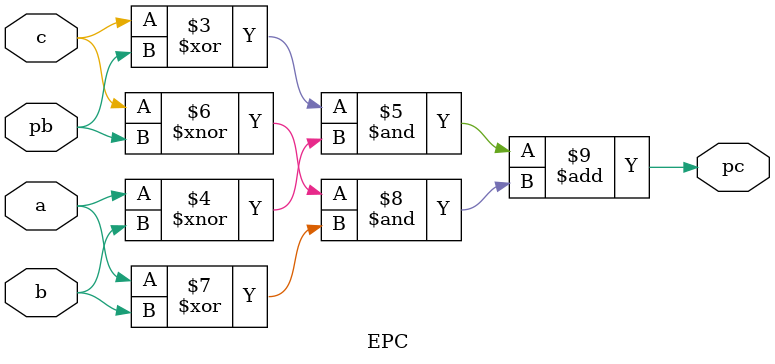
<source format=v>
module EPC(a,b,c,pb,pc);
    input a,b,c,pb;
    output pc;

    //data flow
    assign pc=((c^pb)&(a~^b))+((c~^pb)&(a^b));
 endmodule

   //testbench
   module EPC_tb();
      reg a,b,c,pb;
      wire pc;
    
    //instantiation
      EPC E1(a,b,c,pb,pc);
      initial 
      repeat(10)
      begin
      a=$random;b=$random;c=$random;pb=$random;#10;
      end
      initial
      $monitor("a=%b b=%b c=%b pb=%b pc=%b Time=%t",a,b,c,pb,pc,$time);
      endmodule

</source>
